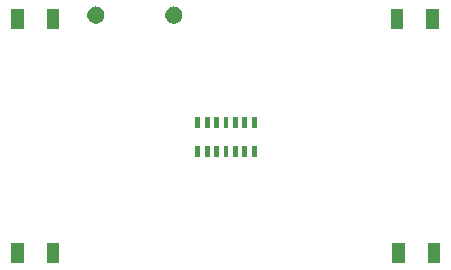
<source format=gbr>
G04 #@! TF.GenerationSoftware,KiCad,Pcbnew,(5.0.1-3-g963ef8bb5)*
G04 #@! TF.CreationDate,2019-05-06T12:15:08-04:00*
G04 #@! TF.ProjectId,OHAK_131,4F48414B5F3133312E6B696361645F70,rev?*
G04 #@! TF.SameCoordinates,Original*
G04 #@! TF.FileFunction,Soldermask,Bot*
G04 #@! TF.FilePolarity,Negative*
%FSLAX46Y46*%
G04 Gerber Fmt 4.6, Leading zero omitted, Abs format (unit mm)*
G04 Created by KiCad (PCBNEW (5.0.1-3-g963ef8bb5)) date Monday, May 06, 2019 at 12:15:08 PM*
%MOMM*%
%LPD*%
G01*
G04 APERTURE LIST*
%ADD10C,0.100000*%
G04 APERTURE END LIST*
D10*
G36*
X158549880Y-108929860D02*
X157489880Y-108929860D01*
X157489880Y-107269860D01*
X158549880Y-107269860D01*
X158549880Y-108929860D01*
X158549880Y-108929860D01*
G37*
G36*
X155549880Y-108929860D02*
X154489880Y-108929860D01*
X154489880Y-107269860D01*
X155549880Y-107269860D01*
X155549880Y-108929860D01*
X155549880Y-108929860D01*
G37*
G36*
X126291880Y-108929860D02*
X125231880Y-108929860D01*
X125231880Y-107269860D01*
X126291880Y-107269860D01*
X126291880Y-108929860D01*
X126291880Y-108929860D01*
G37*
G36*
X123291880Y-108929860D02*
X122231880Y-108929860D01*
X122231880Y-107269860D01*
X123291880Y-107269860D01*
X123291880Y-108929860D01*
X123291880Y-108929860D01*
G37*
G36*
X143008880Y-99916860D02*
X142598880Y-99916860D01*
X142598880Y-99056860D01*
X143008880Y-99056860D01*
X143008880Y-99916860D01*
X143008880Y-99916860D01*
G37*
G36*
X142208880Y-99916860D02*
X141798880Y-99916860D01*
X141798880Y-99056860D01*
X142208880Y-99056860D01*
X142208880Y-99916860D01*
X142208880Y-99916860D01*
G37*
G36*
X141408880Y-99916860D02*
X140998880Y-99916860D01*
X140998880Y-99056860D01*
X141408880Y-99056860D01*
X141408880Y-99916860D01*
X141408880Y-99916860D01*
G37*
G36*
X140608880Y-99916860D02*
X140198880Y-99916860D01*
X140198880Y-99056860D01*
X140608880Y-99056860D01*
X140608880Y-99916860D01*
X140608880Y-99916860D01*
G37*
G36*
X139808880Y-99916860D02*
X139398880Y-99916860D01*
X139398880Y-99056860D01*
X139808880Y-99056860D01*
X139808880Y-99916860D01*
X139808880Y-99916860D01*
G37*
G36*
X139008880Y-99916860D02*
X138598880Y-99916860D01*
X138598880Y-99056860D01*
X139008880Y-99056860D01*
X139008880Y-99916860D01*
X139008880Y-99916860D01*
G37*
G36*
X138208880Y-99916860D02*
X137798880Y-99916860D01*
X137798880Y-99056860D01*
X138208880Y-99056860D01*
X138208880Y-99916860D01*
X138208880Y-99916860D01*
G37*
G36*
X143008880Y-97466860D02*
X142598880Y-97466860D01*
X142598880Y-96606860D01*
X143008880Y-96606860D01*
X143008880Y-97466860D01*
X143008880Y-97466860D01*
G37*
G36*
X142208880Y-97466860D02*
X141798880Y-97466860D01*
X141798880Y-96606860D01*
X142208880Y-96606860D01*
X142208880Y-97466860D01*
X142208880Y-97466860D01*
G37*
G36*
X141408880Y-97466860D02*
X140998880Y-97466860D01*
X140998880Y-96606860D01*
X141408880Y-96606860D01*
X141408880Y-97466860D01*
X141408880Y-97466860D01*
G37*
G36*
X140608880Y-97466860D02*
X140198880Y-97466860D01*
X140198880Y-96606860D01*
X140608880Y-96606860D01*
X140608880Y-97466860D01*
X140608880Y-97466860D01*
G37*
G36*
X139808880Y-97466860D02*
X139398880Y-97466860D01*
X139398880Y-96606860D01*
X139808880Y-96606860D01*
X139808880Y-97466860D01*
X139808880Y-97466860D01*
G37*
G36*
X139008880Y-97466860D02*
X138598880Y-97466860D01*
X138598880Y-96606860D01*
X139008880Y-96606860D01*
X139008880Y-97466860D01*
X139008880Y-97466860D01*
G37*
G36*
X138208880Y-97466860D02*
X137798880Y-97466860D01*
X137798880Y-96606860D01*
X138208880Y-96606860D01*
X138208880Y-97466860D01*
X138208880Y-97466860D01*
G37*
G36*
X123291880Y-89117860D02*
X122231880Y-89117860D01*
X122231880Y-87457860D01*
X123291880Y-87457860D01*
X123291880Y-89117860D01*
X123291880Y-89117860D01*
G37*
G36*
X126291880Y-89117860D02*
X125231880Y-89117860D01*
X125231880Y-87457860D01*
X126291880Y-87457860D01*
X126291880Y-89117860D01*
X126291880Y-89117860D01*
G37*
G36*
X155422880Y-89117860D02*
X154362880Y-89117860D01*
X154362880Y-87457860D01*
X155422880Y-87457860D01*
X155422880Y-89117860D01*
X155422880Y-89117860D01*
G37*
G36*
X158422880Y-89117860D02*
X157362880Y-89117860D01*
X157362880Y-87457860D01*
X158422880Y-87457860D01*
X158422880Y-89117860D01*
X158422880Y-89117860D01*
G37*
G36*
X129512004Y-87224701D02*
X129527326Y-87226210D01*
X129561726Y-87236645D01*
X129664931Y-87267952D01*
X129791749Y-87335737D01*
X129902905Y-87426962D01*
X129994130Y-87538118D01*
X130061915Y-87664936D01*
X130103657Y-87802542D01*
X130117752Y-87945647D01*
X130103657Y-88088752D01*
X130061915Y-88226358D01*
X129994130Y-88353176D01*
X129902905Y-88464332D01*
X129791749Y-88555557D01*
X129664931Y-88623342D01*
X129561727Y-88654648D01*
X129527326Y-88665084D01*
X129512004Y-88666593D01*
X129420080Y-88675647D01*
X129348360Y-88675647D01*
X129256436Y-88666593D01*
X129241114Y-88665084D01*
X129206713Y-88654648D01*
X129103509Y-88623342D01*
X128976691Y-88555557D01*
X128865535Y-88464332D01*
X128774310Y-88353176D01*
X128706525Y-88226358D01*
X128664783Y-88088752D01*
X128650688Y-87945647D01*
X128664783Y-87802542D01*
X128706525Y-87664936D01*
X128774310Y-87538118D01*
X128865535Y-87426962D01*
X128976691Y-87335737D01*
X129103509Y-87267952D01*
X129206714Y-87236645D01*
X129241114Y-87226210D01*
X129256436Y-87224701D01*
X129348360Y-87215647D01*
X129420080Y-87215647D01*
X129512004Y-87224701D01*
X129512004Y-87224701D01*
G37*
G36*
X136112004Y-87224701D02*
X136127326Y-87226210D01*
X136161726Y-87236645D01*
X136264931Y-87267952D01*
X136391749Y-87335737D01*
X136502905Y-87426962D01*
X136594130Y-87538118D01*
X136661915Y-87664936D01*
X136703657Y-87802542D01*
X136717752Y-87945647D01*
X136703657Y-88088752D01*
X136661915Y-88226358D01*
X136594130Y-88353176D01*
X136502905Y-88464332D01*
X136391749Y-88555557D01*
X136264931Y-88623342D01*
X136161727Y-88654648D01*
X136127326Y-88665084D01*
X136112004Y-88666593D01*
X136020080Y-88675647D01*
X135948360Y-88675647D01*
X135856436Y-88666593D01*
X135841114Y-88665084D01*
X135806713Y-88654648D01*
X135703509Y-88623342D01*
X135576691Y-88555557D01*
X135465535Y-88464332D01*
X135374310Y-88353176D01*
X135306525Y-88226358D01*
X135264783Y-88088752D01*
X135250688Y-87945647D01*
X135264783Y-87802542D01*
X135306525Y-87664936D01*
X135374310Y-87538118D01*
X135465535Y-87426962D01*
X135576691Y-87335737D01*
X135703509Y-87267952D01*
X135806714Y-87236645D01*
X135841114Y-87226210D01*
X135856436Y-87224701D01*
X135948360Y-87215647D01*
X136020080Y-87215647D01*
X136112004Y-87224701D01*
X136112004Y-87224701D01*
G37*
M02*

</source>
